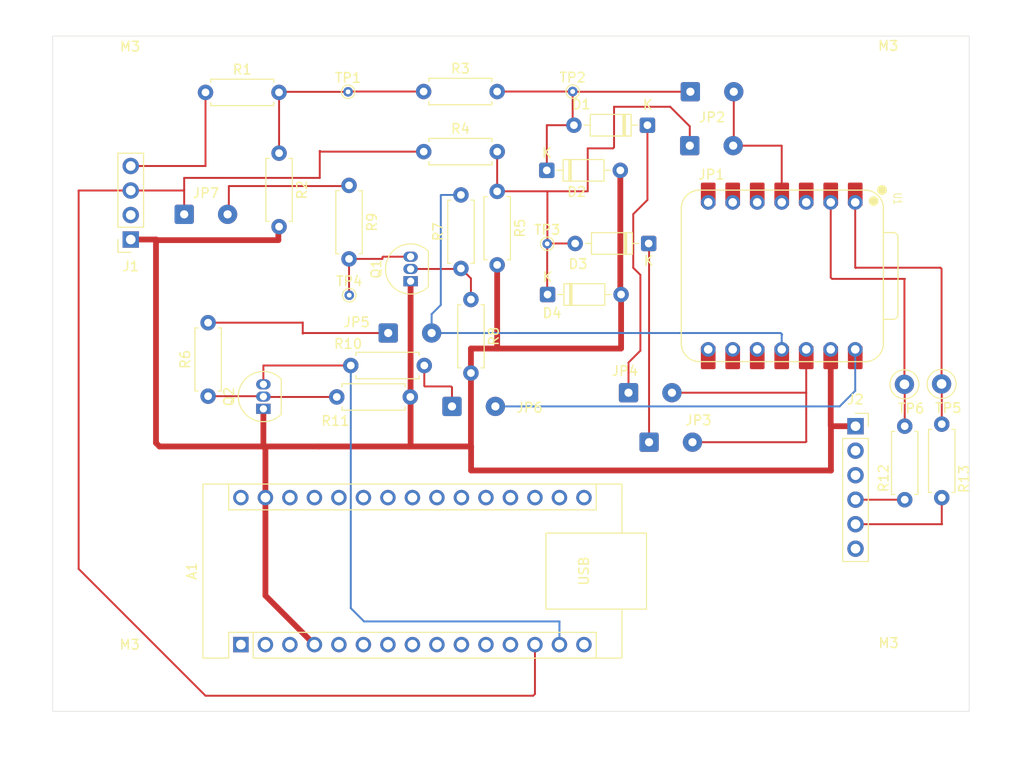
<source format=kicad_pcb>
(kicad_pcb (version 20241229) (generator "pcbnew") (generator_version "9.0")
  (layers (0 "F.Cu" signal) (2 "B.Cu" signal) (13 "F.Paste" user) (15 "B.Paste" user) (5 "F.SilkS" user "F.Silkscreen") (7 "B.SilkS" user "B.Silkscreen") (1 "F.Mask" user) (3 "B.Mask" user) (25 "Edge.Cuts" user))
  (net 0 "")
  (net 1 "Net-(D1-K)")
  (net 3 "/SEND_BUS_TO_Aruduino_nano")
  (net 4 "/Pi_Rx_MCU")
  (net 5 "/SIG_FOR_CN1_1")
  (net 7 "/TC_CMD_BUS")
  (net 8 "/Pi_Tx_MCU")
  (net 10 "/TC_MCU_RX")
  (net 11 "GND")
  (net 15 "/MOS_DRAIN")
  (net 16 "/MOS_GATE")
  (net 21 "Net-(D3-K)")
  (net 30 "/SEND_BUS_OUT_FOR_CN2_2")
  (net 53 "/SIG_DIV")
  (net 54 "/MCU_TX_TRIG")
  (net 56 "Net-(Q2-G)")
  (net 57 "Net-(JP6-A)")
  (net 58 "Net-(JP6-B)")
  (net 59 "Net-(JP5-A)")
  (net 61 "Net-(JP3-B)")
  (net 62 "/MCU_RX")
  (net 63 "/Nano_MCU_RX")
  (net 64 "/Pi_Tx")
  (net 65 "/Pi_Rx")
  (footprint "Diode_THT:D_DO-35_SOD27_P7.62mm_Horizontal" (layer "F.Cu") (at 81.22 43.92)
    (property "Reference" "D2" (at 3.0952 2.2374 0) (layer "F.SilkS"))
    (property "Value" "BAT43")
    (fp_text user "K" (at 0 -1.8 0) (layer "F.SilkS"))
    (pad "1" thru_hole roundrect (at 0 0) (size 1.6 1.6) (drill 0.8) (layers "*.Cu" "*.Mask") (roundrect_rratio 0.15625) (net 10 "/TC_MCU_RX"))
    (pad "2" thru_hole circle (at 7.62 0) (size 1.6 1.6) (drill 0.8) (layers "*.Cu" "*.Mask") (net 11 "GND"))
  )
  (footprint "Diode_THT:D_DO-35_SOD27_P7.62mm_Horizontal" (layer "F.Cu") (at 91.78 51.5 180)
    (property "Reference" "D3" (at 7.3266 -2.1334 0) (layer "F.SilkS"))
    (property "Value" "BAT43")
    (fp_text user "K" (at 0 -1.8 0) (layer "F.SilkS"))
    (pad "1" thru_hole roundrect (at 0 0 180) (size 1.6 1.6) (drill 0.8) (layers "*.Cu" "*.Mask") (roundrect_rratio 0.15625) (net 21 "Net-(D3-K)"))
    (pad "2" thru_hole circle (at 7.62 0 180) (size 1.6 1.6) (drill 0.8) (layers "*.Cu" "*.Mask") (net 63 "/Nano_MCU_RX"))
  )
  (footprint "Resistor_THT:R_Axial_DIN0207_L6.3mm_D2.5mm_P7.62mm_Horizontal" (layer "F.Cu") (at 60.72 45.48 -90)
    (property "Reference" "R9" (at 3.81 -2.37 270) (layer "F.SilkS"))
    (property "Value" "100R")
    (pad "1" thru_hole circle (at 0 0 270) (size 1.6 1.6) (drill 0.8) (layers "*.Cu" "*.Mask") (net 30 "/SEND_BUS_OUT_FOR_CN2_2"))
    (pad "2" thru_hole circle (at 7.62 0 270) (size 1.6 1.6) (drill 0.8) (layers "*.Cu" "*.Mask") (net 15 "/MOS_DRAIN"))
  )
  (footprint "MOUDLE-SEEEDUINO-XIAO-ESP32S3:XIAO-ESP32S3-DIP" (layer "F.Cu") (at 105.57 54.86 -90)
    (property "Reference" "U1" (at -8 -12 270) (layer "F.SilkS") (effects (font (size 0.8 0.635) (thickness 0.1016))))
    (property "Value" "MOUDLE-SEEEDUINO-XIAO-ESP32S3")
    (pad "1" smd roundrect (at -8.455 -7.62 90) (size 2.432 1.524) (layers "F.Cu" "F.Mask") (roundrect_rratio 0.1) (net 4 "/Pi_Rx_MCU"))
    (pad "1" thru_hole circle (at -7.62 -7.62 90) (size 1.524 1.524) (drill 0.889) (layers "*.Cu" "*.Mask") (net 4 "/Pi_Rx_MCU"))
    (pad "2" smd roundrect (at -8.455 -5.08 90) (size 2.432 1.524) (layers "F.Cu" "F.Mask") (roundrect_rratio 0.1) (net 8 "/Pi_Tx_MCU"))
    (pad "2" thru_hole circle (at -7.62 -5.08 90) (size 1.524 1.524) (drill 0.889) (layers "*.Cu" "*.Mask") (net 8 "/Pi_Tx_MCU"))
    (pad "3" smd roundrect (at -8.455 -2.54 90) (size 2.432 1.524) (layers "F.Cu" "F.Mask") (roundrect_rratio 0.1))
    (pad "3" thru_hole circle (at -7.62 -2.54 90) (size 1.524 1.524) (drill 0.889) (layers "*.Cu" "*.Mask"))
    (pad "4" smd roundrect (at -8.455 0 90) (size 2.432 1.524) (layers "F.Cu" "F.Mask") (roundrect_rratio 0.1) (net 62 "/MCU_RX"))
    (pad "4" thru_hole circle (at -7.62 0 90) (size 1.524 1.524) (drill 0.889) (layers "*.Cu" "*.Mask") (net 62 "/MCU_RX"))
    (pad "5" smd roundrect (at -8.455 2.54 90) (size 2.432 1.524) (layers "F.Cu" "F.Mask") (roundrect_rratio 0.1))
    (pad "5" thru_hole circle (at -7.62 2.54 90) (size 1.524 1.524) (drill 0.889) (layers "*.Cu" "*.Mask"))
    (pad "6" smd roundrect (at -8.455 5.08 90) (size 2.432 1.524) (layers "F.Cu" "F.Mask") (roundrect_rratio 0.1))
    (pad "6" thru_hole circle (at -7.62 5.08 90) (size 1.524 1.524) (drill 0.889) (layers "*.Cu" "*.Mask"))
    (pad "7" smd roundrect (at -8.455 7.62 90) (size 2.432 1.524) (layers "F.Cu" "F.Mask") (roundrect_rratio 0.1))
    (pad "7" thru_hole circle (at -7.62 7.62 90) (size 1.524 1.524) (drill 0.889) (layers "*.Cu" "*.Mask"))
    (pad "8" thru_hole circle (at 7.62 7.62 270) (size 1.524 1.524) (drill 0.889) (layers "*.Cu" "*.Mask"))
    (pad "8" smd roundrect (at 8.455 7.62 270) (size 2.432 1.524) (layers "F.Cu" "F.Mask") (roundrect_rratio 0.1))
    (pad "9" thru_hole circle (at 7.62 5.08 270) (size 1.524 1.524) (drill 0.889) (layers "*.Cu" "*.Mask"))
    (pad "9" smd roundrect (at 8.455 5.08 270) (size 2.432 1.524) (layers "F.Cu" "F.Mask") (roundrect_rratio 0.1))
    (pad "10" thru_hole circle (at 7.62 2.54 270) (size 1.524 1.524) (drill 0.889) (layers "*.Cu" "*.Mask"))
    (pad "10" smd roundrect (at 8.455 2.54 270) (size 2.432 1.524) (layers "F.Cu" "F.Mask") (roundrect_rratio 0.1))
    (pad "11" thru_hole circle (at 7.62 0 270) (size 1.524 1.524) (drill 0.889) (layers "*.Cu" "*.Mask") (net 54 "/MCU_TX_TRIG"))
    (pad "11" smd roundrect (at 8.455 0 270) (size 2.432 1.524) (layers "F.Cu" "F.Mask") (roundrect_rratio 0.1) (net 54 "/MCU_TX_TRIG"))
    (pad "12" thru_hole circle (at 7.62 -2.54 270) (size 1.524 1.524) (drill 0.889) (layers "*.Cu" "*.Mask") (net 61 "Net-(JP3-B)"))
    (pad "12" smd roundrect (at 8.455 -2.54 270) (size 2.432 1.524) (layers "F.Cu" "F.Mask") (roundrect_rratio 0.1) (net 61 "Net-(JP3-B)"))
    (pad "13" thru_hole circle (at 7.62 -5.08 270) (size 1.524 1.524) (drill 0.889) (layers "*.Cu" "*.Mask") (net 11 "GND"))
    (pad "13" smd roundrect (at 8.455 -5.08 270) (size 2.432 1.524) (layers "F.Cu" "F.Mask") (roundrect_rratio 0.1) (net 11 "GND"))
    (pad "14" thru_hole circle (at 7.62 -7.62 270) (size 1.524 1.524) (drill 0.889) (layers "*.Cu" "*.Mask") (net 58 "Net-(JP6-B)"))
    (pad "14" smd roundrect (at 8.455 -7.62 270) (size 2.432 1.524) (layers "F.Cu" "F.Mask") (roundrect_rratio 0.1) (net 58 "Net-(JP6-B)"))
  )
  (footprint "Resistor_THT:R_Axial_DIN0207_L6.3mm_D2.5mm_P7.62mm_Horizontal" (layer "F.Cu") (at 68.45 35.75)
    (property "Reference" "R3" (at 3.81 -2.37 0) (layer "F.SilkS"))
    (property "Value" "2k2")
    (pad "1" thru_hole circle (at 0 0) (size 1.6 1.6) (drill 0.8) (layers "*.Cu" "*.Mask") (net 53 "/SIG_DIV"))
    (pad "2" thru_hole circle (at 7.62 0) (size 1.6 1.6) (drill 0.8) (layers "*.Cu" "*.Mask") (net 10 "/TC_MCU_RX"))
  )
  (footprint "Resistor_THT:R_Axial_DIN0207_L6.3mm_D2.5mm_P7.62mm_Horizontal" (layer "F.Cu") (at 118.32 78.06 90)
    (property "Reference" "R12" (at 2.23 -2.19 90) (layer "F.SilkS"))
    (property "Value" "1k")
    (pad "1" thru_hole circle (at 0 0 90) (size 1.6 1.6) (drill 0.8) (layers "*.Cu" "*.Mask") (net 64 "/Pi_Tx"))
    (pad "2" thru_hole circle (at 7.62 0 90) (size 1.6 1.6) (drill 0.8) (layers "*.Cu" "*.Mask") (net 8 "/Pi_Tx_MCU"))
  )
  (footprint "TestPoint:TestPoint_THTPad_D1.0mm_Drill0.5mm" (layer "F.Cu") (at 60.62 35.78)
    (property "Reference" "TP1" (at 0 -1.448 0) (layer "F.SilkS"))
    (property "Value" "TestPoint")
    (pad "1" thru_hole circle (at 0 0) (size 1 1) (drill 0.5) (layers "*.Cu" "*.Mask") (net 53 "/SIG_DIV"))
  )
  (footprint "Diode_THT:D_DO-35_SOD27_P7.62mm_Horizontal" (layer "F.Cu") (at 81.3 56.79)
    (property "Reference" "D4" (at 0.4606 1.9246 0) (layer "F.SilkS"))
    (property "Value" "BAT43")
    (fp_text user "K" (at 0 -1.8 0) (layer "F.SilkS"))
    (pad "1" thru_hole roundrect (at 0 0) (size 1.6 1.6) (drill 0.8) (layers "*.Cu" "*.Mask") (roundrect_rratio 0.15625) (net 63 "/Nano_MCU_RX"))
    (pad "2" thru_hole circle (at 7.62 0) (size 1.6 1.6) (drill 0.8) (layers "*.Cu" "*.Mask") (net 11 "GND"))
  )
  (footprint "TestPoint:TestPoint_Loop_D2.50mm_Drill1.0mm" (layer "F.Cu") (at 118.29 66.1)
    (property "Reference" "TP6" (at 0.7 2.5 0) (layer "F.SilkS"))
    (property "Value" "TestPoint")
    (pad "1" thru_hole circle (at 0 0) (size 2 2) (drill 1) (layers "*.Cu" "*.Mask") (net 8 "/Pi_Tx_MCU"))
  )
  (footprint "Connector_Wire:SolderWire-0.25sqmm_1x02_P4.5mm_D0.65mm_OD2mm" (layer "F.Cu") (at 91.82 72.1)
    (property "Reference" "JP3" (at 5.12 -2.27 0) (layer "F.SilkS"))
    (property "Value" "Jumper_2_Open")
    (pad "1" thru_hole roundrect (at 0 0) (size 2 2) (drill 0.85) (layers "*.Cu" "*.Mask") (roundrect_rratio 0.125) (net 21 "Net-(D3-K)"))
    (pad "2" thru_hole circle (at 4.5 0) (size 2 2) (drill 0.85) (layers "*.Cu" "*.Mask") (net 61 "Net-(JP3-B)"))
  )
  (footprint "Resistor_THT:R_Axial_DIN0207_L6.3mm_D2.5mm_P7.62mm_Horizontal" (layer "F.Cu") (at 68.46 41.98)
    (property "Reference" "R4" (at 3.81 -2.37 0) (layer "F.SilkS"))
    (property "Value" "22k")
    (pad "1" thru_hole circle (at 0 0) (size 1.6 1.6) (drill 0.8) (layers "*.Cu" "*.Mask") (net 7 "/TC_CMD_BUS"))
    (pad "2" thru_hole circle (at 7.62 0) (size 1.6 1.6) (drill 0.8) (layers "*.Cu" "*.Mask") (net 63 "/Nano_MCU_RX"))
  )
  (footprint "Resistor_THT:R_Axial_DIN0207_L6.3mm_D2.5mm_P7.62mm_Horizontal" (layer "F.Cu") (at 72.32 54.09 90)
    (property "Reference" "R7" (at 3.81 -2.37 90) (layer "F.SilkS"))
    (property "Value" "220R")
    (pad "1" thru_hole circle (at 0 0 90) (size 1.6 1.6) (drill 0.8) (layers "*.Cu" "*.Mask") (net 16 "/MOS_GATE"))
    (pad "2" thru_hole circle (at 7.62 0 90) (size 1.6 1.6) (drill 0.8) (layers "*.Cu" "*.Mask") (net 54 "/MCU_TX_TRIG"))
  )
  (footprint "TestPoint:TestPoint_Loop_D2.50mm_Drill1.0mm" (layer "F.Cu") (at 122.14 66.06)
    (property "Reference" "TP5" (at 0.7 2.5 0) (layer "F.SilkS"))
    (property "Value" "TestPoint")
    (pad "1" thru_hole circle (at 0 0) (size 2 2) (drill 1) (layers "*.Cu" "*.Mask") (net 4 "/Pi_Rx_MCU"))
  )
  (footprint "Resistor_THT:R_Axial_DIN0207_L6.3mm_D2.5mm_P7.62mm_Horizontal" (layer "F.Cu") (at 73.3544 57.31045 -90)
    (property "Reference" "R8" (at 3.81 -2.37 270) (layer "F.SilkS"))
    (property "Value" "100k")
    (pad "1" thru_hole circle (at 0 0 270) (size 1.6 1.6) (drill 0.8) (layers "*.Cu" "*.Mask") (net 16 "/MOS_GATE"))
    (pad "2" thru_hole circle (at 7.62 0 270) (size 1.6 1.6) (drill 0.8) (layers "*.Cu" "*.Mask") (net 11 "GND"))
  )
  (footprint "Resistor_THT:R_Axial_DIN0207_L6.3mm_D2.5mm_P7.62mm_Horizontal" (layer "F.Cu") (at 46.11 67.33 90)
    (property "Reference" "R6" (at 3.81 -2.37 90) (layer "F.SilkS"))
    (property "Value" "220R")
    (pad "1" thru_hole circle (at 0 0 90) (size 1.6 1.6) (drill 0.8) (layers "*.Cu" "*.Mask") (net 56 "Net-(Q2-G)"))
    (pad "2" thru_hole circle (at 7.62 0 90) (size 1.6 1.6) (drill 0.8) (layers "*.Cu" "*.Mask") (net 59 "Net-(JP5-A)"))
  )
  (footprint "TestPoint:TestPoint_THTPad_D1.0mm_Drill0.5mm" (layer "F.Cu") (at 81.26 51.53)
    (property "Reference" "TP3" (at 0 -1.448 0) (layer "F.SilkS"))
    (property "Value" "TestPoint")
    (pad "1" thru_hole circle (at 0 0) (size 1 1) (drill 0.5) (layers "*.Cu" "*.Mask") (net 63 "/Nano_MCU_RX"))
  )
  (footprint "MountingHole:MountingHole_3.2mm_M3" (layer "F.Cu") (at 120.98 34.08)
    (property "Reference" "M3" (at -4.37 -3.07 0) (layer "F.SilkS"))
    (property "Value" "MountingHole_3.2mm_M3")
    (pad "" np_thru_hole circle (at 0 0) (size 3.2 3.2) (drill 3.2) (layers "*.Cu" "*.Mask"))
  )
  (footprint "Connector_Wire:SolderWire-0.25sqmm_1x02_P4.5mm_D0.65mm_OD2mm" (layer "F.Cu") (at 89.69 66.97)
    (property "Reference" "JP4" (at -0.38 -2.25 0) (layer "F.SilkS"))
    (property "Value" "Jumper_2_Open")
    (pad "1" thru_hole roundrect (at 0 0) (size 2 2) (drill 0.85) (layers "*.Cu" "*.Mask") (roundrect_rratio 0.125) (net 1 "Net-(D1-K)"))
    (pad "2" thru_hole circle (at 4.5 0) (size 2 2) (drill 0.85) (layers "*.Cu" "*.Mask") (net 61 "Net-(JP3-B)"))
  )
  (footprint "Connector_Wire:SolderWire-0.25sqmm_1x02_P4.5mm_D0.65mm_OD2mm" (layer "F.Cu") (at 43.63 48.48)
    (property "Reference" "JP7" (at 2.25 -2.2 0) (layer "F.SilkS"))
    (property "Value" "Jumper_2_Open")
    (pad "1" thru_hole roundrect (at 0 0) (size 2 2) (drill 0.85) (layers "*.Cu" "*.Mask") (roundrect_rratio 0.125) (net 7 "/TC_CMD_BUS"))
    (pad "2" thru_hole circle (at 4.5 0) (size 2 2) (drill 0.85) (layers "*.Cu" "*.Mask") (net 30 "/SEND_BUS_OUT_FOR_CN2_2"))
  )
  (footprint "TestPoint:TestPoint_THTPad_D1.0mm_Drill0.5mm" (layer "F.Cu") (at 60.74 56.86)
    (property "Reference" "TP4" (at 0 -1.448 0) (layer "F.SilkS"))
    (property "Value" "TestPoint")
    (pad "1" thru_hole circle (at 0 0) (size 1 1) (drill 0.5) (layers "*.Cu" "*.Mask") (net 15 "/MOS_DRAIN"))
  )
  (footprint "Resistor_THT:R_Axial_DIN0207_L6.3mm_D2.5mm_P7.62mm_Horizontal" (layer "F.Cu") (at 60.9 64.15)
    (property "Reference" "R10" (at -0.28 -2.24 0) (layer "F.SilkS"))
    (property "Value" "4k7")
    (pad "1" thru_hole circle (at 0 0) (size 1.6 1.6) (drill 0.8) (layers "*.Cu" "*.Mask") (net 3 "/SEND_BUS_TO_Aruduino_nano"))
    (pad "2" thru_hole circle (at 7.62 0) (size 1.6 1.6) (drill 0.8) (layers "*.Cu" "*.Mask") (net 57 "Net-(JP6-A)"))
  )
  (footprint "Diode_THT:D_DO-35_SOD27_P7.62mm_Horizontal" (layer "F.Cu") (at 91.65 39.24 180)
    (property "Reference" "D1" (at 6.858 2.159 0) (layer "F.SilkS"))
    (property "Value" "BAT43")
    (fp_text user "K" (at -0.034 2.11875 0) (layer "F.SilkS"))
    (pad "1" thru_hole roundrect (at 0 0 180) (size 1.6 1.6) (drill 0.8) (layers "*.Cu" "*.Mask") (roundrect_rratio 0.15625) (net 1 "Net-(D1-K)"))
    (pad "2" thru_hole circle (at 7.62 0 180) (size 1.6 1.6) (drill 0.8) (layers "*.Cu" "*.Mask") (net 10 "/TC_MCU_RX"))
  )
  (footprint "Connector_Wire:SolderWire-0.25sqmm_1x02_P4.5mm_D0.65mm_OD2mm" (layer "F.Cu") (at 64.7806 60.7822)
    (property "Reference" "JP5" (at -3.2724 -1.1176 0) (layer "F.SilkS"))
    (property "Value" "Jumper_2_Open")
    (pad "1" thru_hole roundrect (at 0 0) (size 2 2) (drill 0.85) (layers "*.Cu" "*.Mask") (roundrect_rratio 0.125) (net 59 "Net-(JP5-A)"))
    (pad "2" thru_hole circle (at 4.5 0) (size 2 2) (drill 0.85) (layers "*.Cu" "*.Mask") (net 54 "/MCU_TX_TRIG"))
  )
  (footprint "Module:Arduino_Nano_WithMountingHoles" (layer "F.Cu") (at 49.51 93.08 90)
    (property "Reference" "A1" (at 7.62 -5.08 90) (layer "F.SilkS"))
    (property "Value" "Arduino_Nano_Every")
    (fp_text user "USB" (at 7.62 35.56 90) (layer "F.SilkS"))
    (pad "" np_thru_hole circle (at 0 -2.54 90) (size 1.78 1.78) (drill 1.78) (layers "*.Cu" "*.Mask"))
    (pad "" np_thru_hole circle (at 0 38.1 90) (size 1.78 1.78) (drill 1.78) (layers "*.Cu" "*.Mask"))
    (pad "" np_thru_hole circle (at 15.24 -2.54 90) (size 1.78 1.78) (drill 1.78) (layers "*.Cu" "*.Mask"))
    (pad "" np_thru_hole circle (at 15.24 38.1 90) (size 1.78 1.78) (drill 1.78) (layers "*.Cu" "*.Mask"))
    (pad "1" thru_hole rect (at 0 0 90) (size 1.6 1.6) (drill 1) (layers "*.Cu" "*.Mask"))
    (pad "2" thru_hole oval (at 0 2.54 90) (size 1.6 1.6) (drill 1) (layers "*.Cu" "*.Mask"))
    (pad "3" thru_hole oval (at 0 5.08 90) (size 1.6 1.6) (drill 1) (layers "*.Cu" "*.Mask"))
    (pad "4" thru_hole oval (at 0 7.62 90) (size 1.6 1.6) (drill 1) (layers "*.Cu" "*.Mask") (net 11 "GND"))
    (pad "5" thru_hole oval (at 0 10.16 90) (size 1.6 1.6) (drill 1) (layers "*.Cu" "*.Mask"))
    (pad "6" thru_hole oval (at 0 12.7 90) (size 1.6 1.6) (drill 1) (layers "*.Cu" "*.Mask"))
    (pad "7" thru_hole oval (at 0 15.24 90) (size 1.6 1.6) (drill 1) (layers "*.Cu" "*.Mask"))
    (pad "8" thru_hole oval (at 0 17.78 90) (size 1.6 1.6) (drill 1) (layers "*.Cu" "*.Mask"))
    (pad "9" thru_hole oval (at 0 20.32 90) (size 1.6 1.6) (drill 1) (layers "*.Cu" "*.Mask"))
    (pad "10" thru_hole oval (at 0 22.86 90) (size 1.6 1.6) (drill 1) (layers "*.Cu" "*.Mask"))
    (pad "11" thru_hole oval (at 0 25.4 90) (size 1.6 1.6) (drill 1) (layers "*.Cu" "*.Mask"))
    (pad "12" thru_hole oval (at 0 27.94 90) (size 1.6 1.6) (drill 1) (layers "*.Cu" "*.Mask"))
    (pad "13" thru_hole oval (at 0 30.48 90) (size 1.6 1.6) (drill 1) (layers "*.Cu" "*.Mask") (net 7 "/TC_CMD_BUS"))
    (pad "14" thru_hole oval (at 0 33.02 90) (size 1.6 1.6) (drill 1) (layers "*.Cu" "*.Mask") (net 3 "/SEND_BUS_TO_Aruduino_nano"))
    (pad "15" thru_hole oval (at 0 35.56 90) (size 1.6 1.6) (drill 1) (layers "*.Cu" "*.Mask"))
    (pad "16" thru_hole oval (at 15.24 35.56 90) (size 1.6 1.6) (drill 1) (layers "*.Cu" "*.Mask"))
    (pad "17" thru_hole oval (at 15.24 33.02 90) (size 1.6 1.6) (drill 1) (layers "*.Cu" "*.Mask"))
    (pad "18" thru_hole oval (at 15.24 30.48 90) (size 1.6 1.6) (drill 1) (layers "*.Cu" "*.Mask"))
    (pad "19" thru_hole oval (at 15.24 27.94 90) (size 1.6 1.6) (drill 1) (layers "*.Cu" "*.Mask"))
    (pad "20" thru_hole oval (at 15.24 25.4 90) (size 1.6 1.6) (drill 1) (layers "*.Cu" "*.Mask"))
    (pad "21" thru_hole oval (at 15.24 22.86 90) (size 1.6 1.6) (drill 1) (layers "*.Cu" "*.Mask"))
    (pad "22" thru_hole oval (at 15.24 20.32 90) (size 1.6 1.6) (drill 1) (layers "*.Cu" "*.Mask"))
    (pad "23" thru_hole oval (at 15.24 17.78 90) (size 1.6 1.6) (drill 1) (layers "*.Cu" "*.Mask"))
    (pad "24" thru_hole oval (at 15.24 15.24 90) (size 1.6 1.6) (drill 1) (layers "*.Cu" "*.Mask"))
    (pad "25" thru_hole oval (at 15.24 12.7 90) (size 1.6 1.6) (drill 1) (layers "*.Cu" "*.Mask"))
    (pad "26" thru_hole oval (at 15.24 10.16 90) (size 1.6 1.6) (drill 1) (layers "*.Cu" "*.Mask"))
    (pad "27" thru_hole oval (at 15.24 7.62 90) (size 1.6 1.6) (drill 1) (layers "*.Cu" "*.Mask"))
    (pad "28" thru_hole oval (at 15.24 5.08 90) (size 1.6 1.6) (drill 1) (layers "*.Cu" "*.Mask"))
    (pad "29" thru_hole oval (at 15.24 2.54 90) (size 1.6 1.6) (drill 1) (layers "*.Cu" "*.Mask") (net 11 "GND"))
    (pad "30" thru_hole oval (at 15.24 0 90) (size 1.6 1.6) (drill 1) (layers "*.Cu" "*.Mask"))
  )
  (footprint "Resistor_THT:R_Axial_DIN0207_L6.3mm_D2.5mm_P7.62mm_Horizontal" (layer "F.Cu") (at 122.16 77.85 90)
    (property "Reference" "R13" (at 1.94 2.31 90) (layer "F.SilkS"))
    (property "Value" "1k")
    (pad "1" thru_hole circle (at 0 0 90) (size 1.6 1.6) (drill 0.8) (layers "*.Cu" "*.Mask") (net 65 "/Pi_Rx"))
    (pad "2" thru_hole circle (at 7.62 0 90) (size 1.6 1.6) (drill 0.8) (layers "*.Cu" "*.Mask") (net 4 "/Pi_Rx_MCU"))
  )
  (footprint "Connector_PinSocket_2.54mm:PinSocket_1x04_P2.54mm_Vertical" (layer "F.Cu") (at 38.0914 51.08995 180)
    (property "Reference" "J1" (at 0 -2.77 180) (layer "F.SilkS"))
    (property "Value" "Conn_01x04_Socket")
    (pad "1" thru_hole rect (at 0 0 180) (size 1.7 1.7) (drill 1) (layers "*.Cu" "*.Mask") (net 11 "GND"))
    (pad "2" thru_hole circle (at 0 2.54 180) (size 1.7 1.7) (drill 1) (layers "*.Cu" "*.Mask"))
    (pad "3" thru_hole circle (at 0 5.08 180) (size 1.7 1.7) (drill 1) (layers "*.Cu" "*.Mask") (net 7 "/TC_CMD_BUS"))
    (pad "4" thru_hole circle (at 0 7.62 180) (size 1.7 1.7) (drill 1) (layers "*.Cu" "*.Mask") (net 5 "/SIG_FOR_CN1_1"))
  )
  (footprint "Connector_PinSocket_2.54mm:PinSocket_1x06_P2.54mm_Vertical" (layer "F.Cu") (at 113.22 70.44)
    (property "Reference" "J2" (at 0 -2.77 0) (layer "F.SilkS"))
    (property "Value" "J2_Pi_01x06_Socket")
    (pad "1" thru_hole rect (at 0 0) (size 1.7 1.7) (drill 1) (layers "*.Cu" "*.Mask") (net 11 "GND"))
    (pad "2" thru_hole circle (at 0 2.54) (size 1.7 1.7) (drill 1) (layers "*.Cu" "*.Mask"))
    (pad "3" thru_hole circle (at 0 5.08) (size 1.7 1.7) (drill 1) (layers "*.Cu" "*.Mask"))
    (pad "4" thru_hole circle (at 0 7.62) (size 1.7 1.7) (drill 1) (layers "*.Cu" "*.Mask") (net 64 "/Pi_Tx"))
    (pad "5" thru_hole circle (at 0 10.16) (size 1.7 1.7) (drill 1) (layers "*.Cu" "*.Mask") (net 65 "/Pi_Rx"))
    (pad "6" thru_hole circle (at 0 12.7) (size 1.7 1.7) (drill 1) (layers "*.Cu" "*.Mask"))
  )
  (footprint "Connector_Wire:SolderWire-0.25sqmm_1x02_P4.5mm_D0.65mm_OD2mm" (layer "F.Cu") (at 71.39 68.39)
    (property "Reference" "JP6" (at 8.0412 0.127 0) (layer "F.SilkS"))
    (property "Value" "Jumper_2_Open")
    (pad "1" thru_hole roundrect (at 0 0) (size 2 2) (drill 0.85) (layers "*.Cu" "*.Mask") (roundrect_rratio 0.125) (net 57 "Net-(JP6-A)"))
    (pad "2" thru_hole circle (at 4.5 0) (size 2 2) (drill 0.85) (layers "*.Cu" "*.Mask") (net 58 "Net-(JP6-B)"))
  )
  (footprint "TestPoint:TestPoint_THTPad_D1.0mm_Drill0.5mm" (layer "F.Cu") (at 83.9 35.75)
    (property "Reference" "TP2" (at 0 -1.448 0) (layer "F.SilkS"))
    (property "Value" "TestPoint")
    (pad "1" thru_hole circle (at 0 0) (size 1 1) (drill 0.5) (layers "*.Cu" "*.Mask") (net 10 "/TC_MCU_RX"))
  )
  (footprint "MountingHole:MountingHole_3.2mm_M3" (layer "F.Cu") (at 121.02 95.99)
    (property "Reference" "M3" (at -4.37 -3.07 0) (layer "F.SilkS"))
    (property "Value" "MountingHole_3.2mm_M3")
    (pad "" np_thru_hole circle (at 0 0) (size 3.2 3.2) (drill 3.2) (layers "*.Cu" "*.Mask"))
  )
  (footprint "Resistor_THT:R_Axial_DIN0207_L6.3mm_D2.5mm_P7.62mm_Horizontal" (layer "F.Cu") (at 59.45 67.41)
    (property "Reference" "R11" (at -0.146 2.4832 0) (layer "F.SilkS"))
    (property "Value" "100k")
    (pad "1" thru_hole circle (at 0 0) (size 1.6 1.6) (drill 0.8) (layers "*.Cu" "*.Mask") (net 56 "Net-(Q2-G)"))
    (pad "2" thru_hole circle (at 7.62 0) (size 1.6 1.6) (drill 0.8) (layers "*.Cu" "*.Mask") (net 11 "GND"))
  )
  (footprint "Resistor_THT:R_Axial_DIN0207_L6.3mm_D2.5mm_P7.62mm_Horizontal" (layer "F.Cu") (at 76.073 46.1002 -90)
    (property "Reference" "R5" (at 3.81 -2.37 270) (layer "F.SilkS"))
    (property "Value" "33k")
    (pad "1" thru_hole circle (at 0 0 270) (size 1.6 1.6) (drill 0.8) (layers "*.Cu" "*.Mask") (net 63 "/Nano_MCU_RX"))
    (pad "2" thru_hole circle (at 7.62 0 270) (size 1.6 1.6) (drill 0.8) (layers "*.Cu" "*.Mask") (net 11 "GND"))
  )
  (footprint "Resistor_THT:R_Axial_DIN0207_L6.3mm_D2.5mm_P7.62mm_Horizontal" (layer "F.Cu") (at 45.84 35.84)
    (property "Reference" "R1" (at 3.81 -2.37 0) (layer "F.SilkS"))
    (property "Value" "22k")
    (pad "1" thru_hole circle (at 0 0) (size 1.6 1.6) (drill 0.8) (layers "*.Cu" "*.Mask") (net 5 "/SIG_FOR_CN1_1"))
    (pad "2" thru_hole circle (at 7.62 0) (size 1.6 1.6) (drill 0.8) (layers "*.Cu" "*.Mask") (net 53 "/SIG_DIV"))
  )
  (footprint "MountingHole:MountingHole_3.2mm_M3" (layer "F.Cu") (at 34.02 95.99)
    (property "Reference" "M3" (at 3.96 -2.91 0) (layer "F.SilkS"))
    (property "Value" "MountingHole_3.2mm_M3")
    (pad "" np_thru_hole circle (at 0 0) (size 3.2 3.2) (drill 3.2) (layers "*.Cu" "*.Mask"))
  )
  (footprint "Resistor_THT:R_Axial_DIN0207_L6.3mm_D2.5mm_P7.62mm_Horizontal" (layer "F.Cu") (at 53.467 42.1378 -90)
    (property "Reference" "R2" (at 3.81 -2.37 270) (layer "F.SilkS"))
    (property "Value" "3k3")
    (pad "1" thru_hole circle (at 0 0 270) (size 1.6 1.6) (drill 0.8) (layers "*.Cu" "*.Mask") (net 53 "/SIG_DIV"))
    (pad "2" thru_hole circle (at 7.62 0 270) (size 1.6 1.6) (drill 0.8) (layers "*.Cu" "*.Mask") (net 11 "GND"))
  )
  (footprint "Package_TO_SOT_THT:TO-92_Inline" (layer "F.Cu") (at 67.0998 55.4112 90)
    (property "Reference" "Q1" (at 1.27 -3.56 90) (layer "F.SilkS"))
    (property "Value" "2N7000")
    (pad "1" thru_hole rect (at 0 0 90) (size 1.05 1.5) (drill 0.75) (layers "*.Cu" "*.Mask") (net 11 "GND"))
    (pad "2" thru_hole oval (at 1.27 0 90) (size 1.05 1.5) (drill 0.75) (layers "*.Cu" "*.Mask") (net 16 "/MOS_GATE"))
    (pad "3" thru_hole oval (at 2.54 0 90) (size 1.05 1.5) (drill 0.75) (layers "*.Cu" "*.Mask") (net 15 "/MOS_DRAIN"))
  )
  (footprint "Package_TO_SOT_THT:TO-92_Inline" (layer "F.Cu") (at 51.84 68.64 90)
    (property "Reference" "Q2" (at 1.27 -3.56 90) (layer "F.SilkS"))
    (property "Value" "2N7000")
    (pad "1" thru_hole rect (at 0 0 90) (size 1.05 1.5) (drill 0.75) (layers "*.Cu" "*.Mask") (net 11 "GND"))
    (pad "2" thru_hole oval (at 1.27 0 90) (size 1.05 1.5) (drill 0.75) (layers "*.Cu" "*.Mask") (net 56 "Net-(Q2-G)"))
    (pad "3" thru_hole oval (at 2.54 0 90) (size 1.05 1.5) (drill 0.75) (layers "*.Cu" "*.Mask") (net 3 "/SEND_BUS_TO_Aruduino_nano"))
  )
  (footprint "Connector_Wire:SolderWire-0.25sqmm_1x02_P4.5mm_D0.65mm_OD2mm" (layer "F.Cu") (at 96.04 41.36)
    (property "Reference" "JP1" (at 2.25 3 0) (layer "F.SilkS"))
    (property "Value" "Jumper_2_Open")
    (pad "1" thru_hole roundrect (at 0 0) (size 2 2) (drill 0.85) (layers "*.Cu" "*.Mask") (roundrect_rratio 0.125) (net 63 "/Nano_MCU_RX"))
    (pad "2" thru_hole circle (at 4.5 0) (size 2 2) (drill 0.85) (layers "*.Cu" "*.Mask") (net 62 "/MCU_RX"))
  )
  (footprint "MountingHole:MountingHole_3.2mm_M3" (layer "F.Cu") (at 34.06 34)
    (property "Reference" "M3" (at 3.96 -2.91 0) (layer "F.SilkS"))
    (property "Value" "MountingHole_3.2mm_M3")
    (pad "" np_thru_hole circle (at 0 0) (size 3.2 3.2) (drill 3.2) (layers "*.Cu" "*.Mask"))
  )
  (footprint "Connector_Wire:SolderWire-0.25sqmm_1x02_P4.5mm_D0.65mm_OD2mm" (layer "F.Cu") (at 96.1 35.77)
    (property "Reference" "JP2" (at 2.25 2.65 0) (layer "F.SilkS"))
    (property "Value" "Jumper_2_Open")
    (pad "1" thru_hole roundrect (at 0 0) (size 2 2) (drill 0.85) (layers "*.Cu" "*.Mask") (roundrect_rratio 0.125) (net 10 "/TC_MCU_RX"))
    (pad "2" thru_hole circle (at 4.5 0) (size 2 2) (drill 0.85) (layers "*.Cu" "*.Mask") (net 62 "/MCU_RX"))
  )
  (gr_rect (start 30 30) (end 125 100) (stroke (width 0.05)) (fill no) (layer "Edge.Cuts"))
  (segment (start 90.92 62.61) (end 89.69 63.84) (width 0.2) (layer "F.Cu") (net 1))
  (segment (start 91.65 46.99) (end 90.18 48.46) (width 0.2) (layer "F.Cu") (net 1))
  (segment (start 90.18 54.02) (end 90.92 54.76) (width 0.2) (layer "F.Cu") (net 1))
  (segment (start 89.69 63.84) (end 89.69 66.97) (width 0.2) (layer "F.Cu") (net 1))
  (segment (start 91.65 39.24) (end 91.65 46.99) (width 0.2) (layer "F.Cu") (net 1))
  (segment (start 90.92 54.76) (end 90.92 62.61) (width 0.2) (layer "F.Cu") (net 1))
  (segment (start 90.18 48.46) (end 90.18 54.02) (width 0.2) (layer "F.Cu") (net 1))
  (segment (start 51.84 64.16) (end 51.84 66.1) (width 0.2) (layer "F.Cu") (net 3))
  (segment (start 60.9 64.15) (end 51.87 64.15) (width 0.2) (layer "F.Cu") (net 3))
  (segment (start 51.87 64.15) (end 51.86 64.14) (width 0.2) (layer "F.Cu") (net 3))
  (segment (start 51.86 64.14) (end 51.84 64.16) (width 0.2) (layer "F.Cu") (net 3))
  (segment (start 82.53 90.7) (end 82.54 90.69) (width 0.2) (layer "B.Cu") (net 3))
  (segment (start 82.54 90.69) (end 82.528 90.678) (width 0.2) (layer "B.Cu") (net 3))
  (segment (start 62.278 90.678) (end 60.9 89.3) (width 0.2) (layer "B.Cu") (net 3))
  (segment (start 82.528 90.678) (end 62.278 90.678) (width 0.2) (layer "B.Cu") (net 3))
  (segment (start 82.53 93.08) (end 82.53 90.7) (width 0.2) (layer "B.Cu") (net 3))
  (segment (start 60.9 89.3) (end 60.9 64.15) (width 0.2) (layer "B.Cu") (net 3))
  (segment (start 113.19 53.99) (end 113.24 54.04) (width 0.2) (layer "F.Cu") (net 4))
  (segment (start 113.19 47.24) (end 113.19 53.99) (width 0.2) (layer "F.Cu") (net 4))
  (segment (start 122.12 70.19) (end 122.16 70.23) (width 0.2) (layer "F.Cu") (net 4))
  (segment (start 122.14 54.13) (end 122.14 66.06) (width 0.2) (layer "F.Cu") (net 4))
  (segment (start 122.02 54.01) (end 122.14 54.13) (width 0.2) (layer "F.Cu") (net 4))
  (segment (start 113.24 54.04) (end 113.27 54.01) (width 0.2) (layer "F.Cu") (net 4))
  (segment (start 122.16 70.23) (end 122.16 66.08) (width 0.2) (layer "F.Cu") (net 4))
  (segment (start 122.16 66.08) (end 122.14 66.06) (width 0.2) (layer "F.Cu") (net 4))
  (segment (start 113.27 54.01) (end 122.02 54.01) (width 0.2) (layer "F.Cu") (net 4))
  (segment (start 45.84 43.47) (end 45.83995 43.46995) (width 0.2) (layer "F.Cu") (net 5))
  (segment (start 45.84 35.84) (end 45.84 43.47) (width 0.2) (layer "F.Cu") (net 5))
  (segment (start 45.83995 43.46995) (end 38.0914 43.46995) (width 0.2) (layer "F.Cu") (net 5))
  (segment (start 68.46 41.98) (end 57.728 41.98) (width 0.2) (layer "F.Cu") (net 7))
  (segment (start 43.63 44.71) (end 43.63 45.95) (width 0.2) (layer "F.Cu") (net 7))
  (segment (start 57.728 41.98) (end 57.6834 41.9354) (width 0.2) (layer "F.Cu") (net 7))
  (segment (start 57.6834 44.704) (end 43.636 44.704) (width 0.2) (layer "F.Cu") (net 7))
  (segment (start 79.81 98.38) (end 45.84 98.38) (width 0.2) (layer "F.Cu") (net 7))
  (segment (start 32.6898 85.2298) (end 32.6898 46.00995) (width 0.2) (layer "F.Cu") (net 7))
  (segment (start 79.99 93.08) (end 79.99 98.2) (width 0.2) (layer "F.Cu") (net 7))
  (segment (start 32.6898 46.00995) (end 38.0914 46.00995) (width 0.2) (layer "F.Cu") (net 7))
  (segment (start 43.636 44.704) (end 43.63 44.71) (width 0.2) (layer "F.Cu") (net 7))
  (segment (start 79.99 98.2) (end 79.81 98.38) (width 0.2) (layer "F.Cu") (net 7))
  (segment (start 43.63 45.95) (end 43.63 48.48) (width 0.2) (layer "F.Cu") (net 7))
  (segment (start 38.0914 46.00995) (end 43.57005 46.00995) (width 0.2) (layer "F.Cu") (net 7))
  (segment (start 57.7596 41.9608) (end 57.7088 41.91) (width 0.2) (layer "F.Cu") (net 7))
  (segment (start 57.6834 41.9354) (end 57.6834 44.704) (width 0.2) (layer "F.Cu") (net 7))
  (segment (start 45.84 98.38) (end 32.6898 85.2298) (width 0.2) (layer "F.Cu") (net 7))
  (segment (start 57.7088 41.91) (end 57.6834 41.9354) (width 0.2) (layer "F.Cu") (net 7))
  (segment (start 43.57005 46.00995) (end 43.63 45.95) (width 0.2) (layer "F.Cu") (net 7))
  (segment (start 118.33 55.17) (end 118.29 55.21) (width 0.2) (layer "F.Cu") (net 8))
  (segment (start 118.33 70.43) (end 118.32 70.44) (width 0.2) (layer "F.Cu") (net 8))
  (segment (start 110.79 55.17) (end 110.65 55.03) (width 0.2) (layer "F.Cu") (net 8))
  (segment (start 118.29 55.21) (end 118.29 66.1) (width 0.2) (layer "F.Cu") (net 8))
  (segment (start 118.32 70.44) (end 118.32 66.13) (width 0.2) (layer "F.Cu") (net 8))
  (segment (start 118.32 66.13) (end 118.29 66.1) (width 0.2) (layer "F.Cu") (net 8))
  (segment (start 118.33 55.17) (end 110.79 55.17) (width 0.2) (layer "F.Cu") (net 8))
  (segment (start 110.65 55.03) (end 110.65 47.24) (width 0.2) (layer "F.Cu") (net 8))
  (segment (start 81.24 39.24) (end 81.22 39.26) (width 0.2) (layer "F.Cu") (net 10))
  (segment (start 96.1 35.77) (end 83.92 35.77) (width 0.2) (layer "F.Cu") (net 10))
  (segment (start 81.22 39.26) (end 81.22 43.92) (width 0.2) (layer "F.Cu") (net 10))
  (segment (start 83.9 35.75) (end 83.9 39.11) (width 0.2) (layer "F.Cu") (net 10))
  (segment (start 84.03 39.24) (end 81.24 39.24) (width 0.2) (layer "F.Cu") (net 10))
  (segment (start 83.92 35.77) (end 83.9 35.75) (width 0.2) (layer "F.Cu") (net 10))
  (segment (start 83.9 35.75) (end 76.07 35.75) (width 0.2) (layer "F.Cu") (net 10))
  (segment (start 83.9 39.11) (end 84.03 39.24) (width 0.2) (layer "F.Cu") (net 10))
  (segment (start 73.3544 62.39045) (end 73.3544 72.5416) (width 0.6) (layer "F.Cu") (net 11))
  (segment (start 57.6072 72.5424) (end 66.9544 72.5424) (width 0.6) (layer "F.Cu") (net 11))
  (segment (start 40.7076 72.1782) (end 41.0718 72.5424) (width 0.6) (layer "F.Cu") (net 11))
  (segment (start 73.3552 72.5424) (end 73.3806 72.5678) (width 0.6) (layer "F.Cu") (net 11))
  (segment (start 53.3908 51.1556) (end 40.77325 51.1556) (width 0.6) (layer "F.Cu") (net 11))
  (segment (start 53.3908 49.834) (end 53.467 49.7578) (width 0.2) (layer "F.Cu") (net 11))
  (segment (start 52.05 88) (end 57.13 93.08) (width 0.6) (layer "F.Cu") (net 11))
  (segment (start 67.0998 55.4112) (end 67.0998 72.397) (width 0.6) (layer "F.Cu") (net 11))
  (segment (start 110.66 75.03) (end 110.67 75.04) (width 0.6) (layer "F.Cu") (net 11))
  (segment (start 88.84 43.92) (end 88.84 56.71) (width 0.6) (layer "F.Cu") (net 11))
  (segment (start 76.073 53.7202) (end 76.073 62.357) (width 0.6) (layer "F.Cu") (net 11))
  (segment (start 51.84 68.64) (end 51.84 72.5224) (width 0.6) (layer "F.Cu") (net 11))
  (segment (start 73.37 75.03) (end 110.66 75.03) (width 0.6) (layer "F.Cu") (net 11))
  (segment (start 51.82 72.5424) (end 57.6072 72.5424) (width 0.6) (layer "F.Cu") (net 11))
  (segment (start 110.67 70.44) (end 113.22 70.44) (width 0.6) (layer "F.Cu") (net 11))
  (segment (start 73.37 72.5572) (end 73.37 75.03) (width 0.6) (layer "F.Cu") (net 11))
  (segment (start 40.77325 51.1556) (end 40.7076 51.08995) (width 0.2) (layer "F.Cu") (net 11))
  (segment (start 73.3544 72.5416) (end 73.37 72.5572) (width 0.6) (layer "F.Cu") (net 11))
  (segment (start 51.82 72.5424) (end 52.05 72.7724) (width 0.6) (layer "F.Cu") (net 11))
  (segment (start 110.65 62.48) (end 110.65 70.42) (width 0.6) (layer "F.Cu") (net 11))
  (segment (start 88.92 62.38) (end 88.90955 62.39045) (width 0.2) (layer "F.Cu") (net 11))
  (segment (start 88.84 56.71) (end 88.92 56.79) (width 0.2) (layer "F.Cu") (net 11))
  (segment (start 41.0718 72.5424) (end 51.82 72.5424) (width 0.6) (layer "F.Cu") (net 11))
  (segment (start 110.65 70.42) (end 110.67 70.44) (width 0.2) (layer "F.Cu") (net 11))
  (segment (start 67.0998 72.397) (end 66.9544 72.5424) (width 0.2) (layer "F.Cu") (net 11))
  (segment (start 52.05 72.7724) (end 52.05 77.84) (width 0.6) (layer "F.Cu") (net 11))
  (segment (start 88.90955 62.39045) (end 76.03955 62.39045) (width 0.6) (layer "F.Cu") (net 11))
  (segment (start 38.0914 51.08995) (end 40.7076 51.08995) (width 0.6) (layer "F.Cu") (net 11))
  (segment (start 88.92 56.79) (end 88.92 62.38) (width 0.6) (layer "F.Cu") (net 11))
  (segment (start 40.7076 51.08995) (end 40.7076 72.1782) (width 0.6) (layer "F.Cu") (net 11))
  (segment (start 110.67 75.04) (end 110.67 70.44) (width 0.6) (layer "F.Cu") (net 11))
  (segment (start 53.3908 51.1556) (end 53.3908 49.834) (width 0.6) (layer "F.Cu") (net 11))
  (segment (start 66.9544 72.5424) (end 73.3552 72.5424) (width 0.6) (layer "F.Cu") (net 11))
  (segment (start 51.84 72.5224) (end 51.82 72.5424) (width 0.2) (layer "F.Cu") (net 11))
  (segment (start 76.03955 62.39045) (end 73.3544 62.39045) (width 0.6) (layer "F.Cu") (net 11))
  (segment (start 52.05 77.84) (end 52.05 88) (width 0.6) (layer "F.Cu") (net 11))
  (segment (start 76.073 62.357) (end 76.03955 62.39045) (width 0.2) (layer "F.Cu") (net 11))
  (segment (start 64.2488 52.8712) (end 64.18 52.94) (width 0.2) (layer "F.Cu") (net 15))
  (segment (start 64.18 53.1) (end 60.72 53.1) (width 0.2) (layer "F.Cu") (net 15))
  (segment (start 64.18 52.94) (end 64.18 53.1) (width 0.2) (layer "F.Cu") (net 15))
  (segment (start 67.0998 52.8712) (end 64.2488 52.8712) (width 0.2) (layer "F.Cu") (net 15))
  (segment (start 60.72 56.84) (end 60.74 56.86) (width 0.2) (layer "F.Cu") (net 15))
  (segment (start 60.72 53.1) (end 60.72 56.84) (width 0.2) (layer "F.Cu") (net 15))
  (segment (start 73.3298 57.2112) (end 73.3198 57.2212) (width 0.2) (layer "F.Cu") (net 16))
  (segment (start 73.3544 57.31045) (end 73.3544 55.1244) (width 0.2) (layer "F.Cu") (net 16))
  (segment (start 67.0998 54.1412) (end 72.2688 54.1412) (width 0.2) (layer "F.Cu") (net 16))
  (segment (start 72.2688 54.1412) (end 72.32 54.09) (width 0.2) (layer "F.Cu") (net 16))
  (segment (start 73.3544 55.1244) (end 72.32 54.09) (width 0.2) (layer "F.Cu") (net 16))
  (segment (start 91.82 72.1) (end 91.82 51.54) (width 0.2) (layer "F.Cu") (net 21))
  (segment (start 91.82 51.54) (end 91.78 51.5) (width 0.2) (layer "F.Cu") (net 21))
  (segment (start 48.27715 45.55045) (end 48.26 45.5676) (width 0.2) (layer "F.Cu") (net 30))
  (segment (start 48.2854 48.514) (end 48.24945 48.54995) (width 0.2) (layer "F.Cu") (net 30))
  (segment (start 48.26 48.4886) (end 48.2854 48.514) (width 0.2) (layer "F.Cu") (net 30))
  (segment (start 48.26 45.5676) (end 48.26 48.4886) (width 0.2) (layer "F.Cu") (net 30))
  (segment (start 60.6144 45.55045) (end 48.27715 45.55045) (width 0.2) (layer "F.Cu") (net 30))
  (segment (start 68.45 35.75) (end 60.65 35.75) (width 0.2) (layer "F.Cu") (net 53))
  (segment (start 60.65 35.75) (end 60.62 35.78) (width 0.2) (layer "F.Cu") (net 53))
  (segment (start 60.62 35.78) (end 53.47 35.78) (width 0.2) (layer "F.Cu") (net 53))
  (segment (start 53.467 35.783) (end 53.467 42.1378) (width 0.2) (layer "F.Cu") (net 53))
  (segment (start 105.57 60.97) (end 105.61 60.93) (width 0.2) (layer "B.Cu") (net 54))
  (segment (start 70.23 46.5) (end 70.23 57.88) (width 0.2) (layer "B.Cu") (net 54))
  (segment (start 105.57 62.48) (end 105.57 60.97) (width 0.2) (layer "B.Cu") (net 54))
  (segment (start 70.26 46.47) (end 70.23 46.5) (width 0.2) (layer "B.Cu") (net 54))
  (segment (start 105.61 60.93) (end 105.4622 60.7822) (width 0.2) (layer "B.Cu") (net 54))
  (segment (start 72.32 46.47) (end 70.26 46.47) (width 0.2) (layer "B.Cu") (net 54))
  (segment (start 105.4622 60.7822) (end 78.2936 60.7822) (width 0.2) (layer "B.Cu") (net 54))
  (segment (start 69.2806 58.8294) (end 69.2806 60.7822) (width 0.2) (layer "B.Cu") (net 54))
  (segment (start 70.23 57.88) (end 69.2806 58.8294) (width 0.2) (layer "B.Cu") (net 54))
  (segment (start 78.2936 60.7822) (end 69.2806 60.7822) (width 0.2) (layer "B.Cu") (net 54))
  (segment (start 46.11 67.33) (end 51.8 67.33) (width 0.2) (layer "F.Cu") (net 56))
  (segment (start 51.8 67.33) (end 51.84 67.37) (width 0.2) (layer "F.Cu") (net 56))
  (segment (start 59.45 67.41) (end 51.88 67.41) (width 0.2) (layer "F.Cu") (net 56))
  (segment (start 51.88 67.41) (end 51.84 67.37) (width 0.2) (layer "F.Cu") (net 56))
  (segment (start 68.52 66.26) (end 68.52 64.15) (width 0.2) (layer "F.Cu") (net 57))
  (segment (start 71.39 66.42) (end 71.29 66.32) (width 0.2) (layer "F.Cu") (net 57))
  (segment (start 71.29 66.32) (end 68.58 66.32) (width 0.2) (layer "F.Cu") (net 57))
  (segment (start 68.58 66.32) (end 68.52 66.26) (width 0.2) (layer "F.Cu") (net 57))
  (segment (start 71.39 68.39) (end 71.39 66.42) (width 0.2) (layer "F.Cu") (net 57))
  (segment (start 113.19 66.77) (end 111.57 68.39) (width 0.2) (layer "B.Cu") (net 58))
  (segment (start 111.57 68.39) (end 75.89 68.39) (width 0.2) (layer "B.Cu") (net 58))
  (segment (start 113.19 62.48) (end 113.19 66.77) (width 0.2) (layer "B.Cu") (net 58))
  (segment (start 113.19 62.48) (end 113.205 62.495) (width 0.2) (layer "B.Cu") (net 58))
  (segment (start 55.92 59.7) (end 55.92 60.84) (width 0.2) (layer "F.Cu") (net 59))
  (segment (start 55.9778 60.7822) (end 55.92 60.84) (width 0.2) (layer "F.Cu") (net 59))
  (segment (start 46.11 59.71) (end 55.91 59.71) (width 0.2) (layer "F.Cu") (net 59))
  (segment (start 55.92 60.84) (end 55.95 60.84) (width 0.2) (layer "F.Cu") (net 59))
  (segment (start 64.7806 60.7822) (end 55.9778 60.7822) (width 0.2) (layer "F.Cu") (net 59))
  (segment (start 55.91 59.71) (end 55.92 59.7) (width 0.2) (layer "F.Cu") (net 59))
  (segment (start 108.11 67.02) (end 108.11 72.02) (width 0.2) (layer "F.Cu") (net 61))
  (segment (start 108.06 66.97) (end 94.19 66.97) (width 0.2) (layer "F.Cu") (net 61))
  (segment (start 108.05 72.1) (end 96.32 72.1) (width 0.2) (layer "F.Cu") (net 61))
  (segment (start 108.11 72.02) (end 108.12 72.03) (width 0.2) (layer "F.Cu") (net 61))
  (segment (start 94.2594 67.0052) (end 94.107 67.1576) (width 0.2) (layer "F.Cu") (net 61))
  (segment (start 108.12 72.03) (end 108.05 72.1) (width 0.2) (layer "F.Cu") (net 61))
  (segment (start 108.11 62.48) (end 108.11 67.02) (width 0.2) (layer "F.Cu") (net 61))
  (segment (start 108.11 67.02) (end 108.06 66.97) (width 0.2) (layer "F.Cu") (net 61))
  (segment (start 105.54 41.36) (end 105.57 41.39) (width 0.2) (layer "F.Cu") (net 62))
  (segment (start 105.57 41.39) (end 105.57 47.24) (width 0.2) (layer "F.Cu") (net 62))
  (segment (start 100.6 35.77) (end 100.6 41.3) (width 0.2) (layer "F.Cu") (net 62))
  (segment (start 100.54 41.36) (end 105.54 41.36) (width 0.2) (layer "F.Cu") (net 62))
  (segment (start 100.6 41.3) (end 100.54 41.36) (width 0.2) (layer "F.Cu") (net 62))
  (segment (start 81.28 51.5112) (end 81.28 46.1518) (width 0.2) (layer "F.Cu") (net 63))
  (segment (start 76.073 41.987) (end 76.0468 41.9608) (width 0.2) (layer "F.Cu") (net 63))
  (segment (start 81.26 51.53) (end 81.26 56.75) (width 0.2) (layer "F.Cu") (net 63))
  (segment (start 76.073 46.1002) (end 76.073 41.987) (width 0.2) (layer "F.Cu") (net 63))
  (segment (start 88.19 41.53) (end 88.08 41.64) (width 0.2) (layer "F.Cu") (net 63))
  (segment (start 88.19 37.33) (end 88.19 41.53) (width 0.2) (layer "F.Cu") (net 63))
  (segment (start 96.04 39.36) (end 94.01 37.33) (width 0.2) (layer "F.Cu") (net 63))
  (segment (start 81.29 51.5) (end 81.26 51.53) (width 0.2) (layer "F.Cu") (net 63))
  (segment (start 85.46 46.09) (end 81.2386 46.09) (width 0.2) (layer "F.Cu") (net 63))
  (segment (start 88.08 41.64) (end 85.46 41.64) (width 0.2) (layer "F.Cu") (net 63))
  (segment (start 76.0832 46.09) (end 76.073 46.1002) (width 0.2) (layer "F.Cu") (net 63))
  (segment (start 81.2182 46.09) (end 76.0832 46.09) (width 0.2) (layer "F.Cu") (net 63))
  (segment (start 84.16 51.5) (end 81.29 51.5) (width 0.2) (layer "F.Cu") (net 63))
  (segment (start 81.26 56.75) (end 81.3 56.79) (width 0.2) (layer "F.Cu") (net 63))
  (segment (start 81.3054 51.5366) (end 81.28 51.5112) (width 0.2) (layer "F.Cu") (net 63))
  (segment (start 85.46 41.64) (end 85.46 46.09) (width 0.2) (layer "F.Cu") (net 63))
  (segment (start 81.28 46.1518) (end 81.2182 46.09) (width 0.2) (layer "F.Cu") (net 63))
  (segment (start 94.01 37.33) (end 88.19 37.33) (width 0.2) (layer "F.Cu") (net 63))
  (segment (start 96.04 41.36) (end 96.04 39.36) (width 0.2) (layer "F.Cu") (net 63))
  (segment (start 113.22 78.06) (end 118.32 78.06) (width 0.2) (layer "F.Cu") (net 64))
  (segment (start 122.16 80.57) (end 122.16 77.85) (width 0.2) (layer "F.Cu") (net 65))
  (segment (start 122.19 80.6) (end 122.16 80.57) (width 0.2) (layer "F.Cu") (net 65))
  (segment (start 113.22 80.6) (end 122.19 80.6) (width 0.2) (layer "F.Cu") (net 65))
)
</source>
